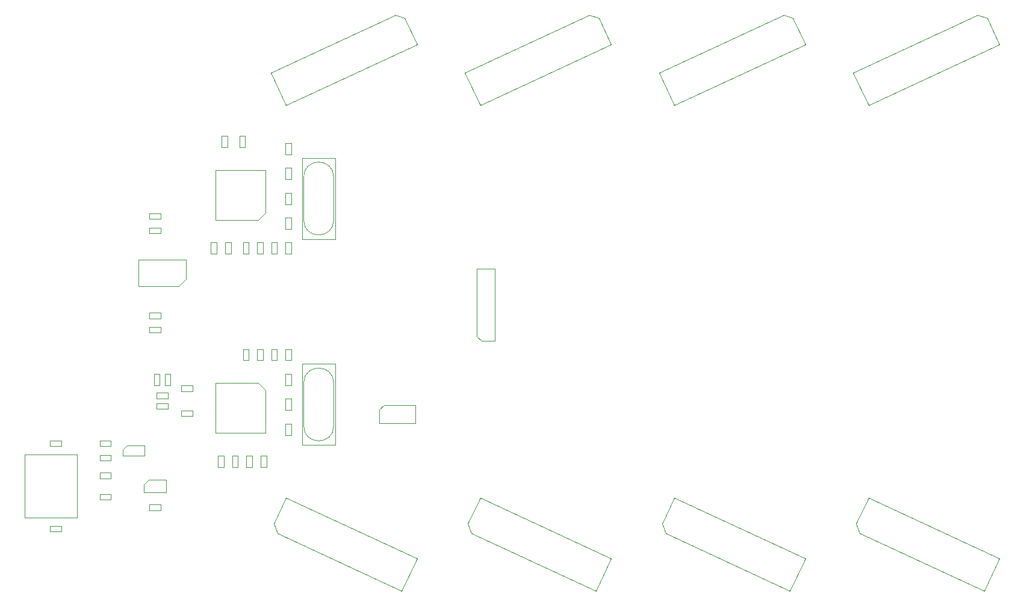
<source format=gbr>
%TF.GenerationSoftware,KiCad,Pcbnew,(5.99.0-2360-g1790c536e)*%
%TF.CreationDate,2020-08-29T16:18:38+02:00*%
%TF.ProjectId,chubby hat,63687562-6279-4206-9861-742e6b696361,rev?*%
%TF.SameCoordinates,Original*%
%TF.FileFunction,AssemblyDrawing,Bot*%
%FSLAX46Y46*%
G04 Gerber Fmt 4.6, Leading zero omitted, Abs format (unit mm)*
G04 Created by KiCad (PCBNEW (5.99.0-2360-g1790c536e)) date 2020-08-29 16:18:38*
%MOMM*%
%LPD*%
G01*
G04 APERTURE LIST*
%ADD10C,0.100000*%
G04 APERTURE END LIST*
D10*
%TO.C,C24*%
X164150000Y-60580000D02*
X164150000Y-58980000D01*
X163350000Y-60580000D02*
X164150000Y-60580000D01*
X163350000Y-58980000D02*
X163350000Y-60580000D01*
X164150000Y-58980000D02*
X163350000Y-58980000D01*
%TO.C,R15*%
X157350000Y-87980000D02*
X157350000Y-89580000D01*
X158150000Y-87980000D02*
X157350000Y-87980000D01*
X158150000Y-89580000D02*
X158150000Y-87980000D01*
X157350000Y-89580000D02*
X158150000Y-89580000D01*
%TO.C,C23*%
X160150000Y-89580000D02*
X160150000Y-87980000D01*
X159350000Y-89580000D02*
X160150000Y-89580000D01*
X159350000Y-87980000D02*
X159350000Y-89580000D01*
X160150000Y-87980000D02*
X159350000Y-87980000D01*
%TO.C,R20*%
X155150000Y-59580000D02*
X155150000Y-57980000D01*
X154350000Y-59580000D02*
X155150000Y-59580000D01*
X154350000Y-57980000D02*
X154350000Y-59580000D01*
X155150000Y-57980000D02*
X154350000Y-57980000D01*
%TO.C,R19*%
X154850000Y-72980000D02*
X154850000Y-74580000D01*
X155650000Y-72980000D02*
X154850000Y-72980000D01*
X155650000Y-74580000D02*
X155650000Y-72980000D01*
X154850000Y-74580000D02*
X155650000Y-74580000D01*
%TO.C,U4*%
X149350000Y-75430000D02*
X142650000Y-75430000D01*
X142650000Y-79130000D02*
X142650000Y-75430000D01*
X149350000Y-78130000D02*
X149350000Y-75430000D01*
X148350000Y-79130000D02*
X142650000Y-79130000D01*
X148350000Y-79130000D02*
X149350000Y-78130000D01*
%TO.C,U3*%
X159500000Y-92780000D02*
X153500000Y-92780000D01*
X153500000Y-92780000D02*
X153500000Y-99780000D01*
X153500000Y-99780000D02*
X160500000Y-99780000D01*
X160500000Y-99780000D02*
X160500000Y-93780000D01*
X160500000Y-93780000D02*
X159500000Y-92780000D01*
%TO.C,C20*%
X159350000Y-72980000D02*
X159350000Y-74580000D01*
X160150000Y-72980000D02*
X159350000Y-72980000D01*
X160150000Y-74580000D02*
X160150000Y-72980000D01*
X159350000Y-74580000D02*
X160150000Y-74580000D01*
%TO.C,FB1*%
X137200000Y-103680000D02*
X138800000Y-103680000D01*
X137200000Y-102880000D02*
X137200000Y-103680000D01*
X138800000Y-102880000D02*
X137200000Y-102880000D01*
X138800000Y-103680000D02*
X138800000Y-102880000D01*
%TO.C,R18*%
X162150000Y-74580000D02*
X162150000Y-72980000D01*
X161350000Y-74580000D02*
X162150000Y-74580000D01*
X161350000Y-72980000D02*
X161350000Y-74580000D01*
X162150000Y-72980000D02*
X161350000Y-72980000D01*
%TO.C,R17*%
X163350000Y-89580000D02*
X164150000Y-89580000D01*
X164150000Y-89580000D02*
X164150000Y-87980000D01*
X164150000Y-87980000D02*
X163350000Y-87980000D01*
X163350000Y-87980000D02*
X163350000Y-89580000D01*
%TO.C,C19*%
X163350000Y-72980000D02*
X163350000Y-74580000D01*
X164150000Y-72980000D02*
X163350000Y-72980000D01*
X164150000Y-74580000D02*
X164150000Y-72980000D01*
X163350000Y-74580000D02*
X164150000Y-74580000D01*
%TO.C,R13*%
X158650000Y-104580000D02*
X158650000Y-102980000D01*
X157850000Y-104580000D02*
X158650000Y-104580000D01*
X157850000Y-102980000D02*
X157850000Y-104580000D01*
X158650000Y-102980000D02*
X157850000Y-102980000D01*
%TO.C,Y2*%
X170115000Y-98795000D02*
G75*
G02*
X165885000Y-98795000I-2115000J0D01*
G01*
X170115000Y-92765000D02*
G75*
G03*
X165885000Y-92765000I-2115000J0D01*
G01*
X170115000Y-92765000D02*
X170115000Y-98795000D01*
X165885000Y-92765000D02*
X165885000Y-98795000D01*
X165650000Y-101480000D02*
X165650000Y-90080000D01*
X170350000Y-101480000D02*
X165650000Y-101480000D01*
X170350000Y-90080000D02*
X170350000Y-101480000D01*
X165650000Y-90080000D02*
X170350000Y-90080000D01*
%TO.C,Y1*%
X170115000Y-69795000D02*
G75*
G02*
X165885000Y-69795000I-2115000J0D01*
G01*
X170115000Y-63765000D02*
G75*
G03*
X165885000Y-63765000I-2115000J0D01*
G01*
X170115000Y-63765000D02*
X170115000Y-69795000D01*
X165885000Y-63765000D02*
X165885000Y-69795000D01*
X165650000Y-72480000D02*
X165650000Y-61080000D01*
X170350000Y-72480000D02*
X165650000Y-72480000D01*
X170350000Y-61080000D02*
X170350000Y-72480000D01*
X165650000Y-61080000D02*
X170350000Y-61080000D01*
%TO.C,C18*%
X163350000Y-69480000D02*
X163350000Y-71080000D01*
X164150000Y-69480000D02*
X163350000Y-69480000D01*
X164150000Y-71080000D02*
X164150000Y-69480000D01*
X163350000Y-71080000D02*
X164150000Y-71080000D01*
%TO.C,C17*%
X164150000Y-64080000D02*
X164150000Y-62480000D01*
X163350000Y-64080000D02*
X164150000Y-64080000D01*
X163350000Y-62480000D02*
X163350000Y-64080000D01*
X164150000Y-62480000D02*
X163350000Y-62480000D01*
%TO.C,C16*%
X163350000Y-98480000D02*
X163350000Y-100080000D01*
X164150000Y-98480000D02*
X163350000Y-98480000D01*
X164150000Y-100080000D02*
X164150000Y-98480000D01*
X163350000Y-100080000D02*
X164150000Y-100080000D01*
%TO.C,C15*%
X164150000Y-93080000D02*
X164150000Y-91480000D01*
X163350000Y-93080000D02*
X164150000Y-93080000D01*
X163350000Y-91480000D02*
X163350000Y-93080000D01*
X164150000Y-91480000D02*
X163350000Y-91480000D01*
%TO.C,R16*%
X158150000Y-74580000D02*
X158150000Y-72980000D01*
X157350000Y-74580000D02*
X158150000Y-74580000D01*
X157350000Y-72980000D02*
X157350000Y-74580000D01*
X158150000Y-72980000D02*
X157350000Y-72980000D01*
%TO.C,C14*%
X155850000Y-102980000D02*
X155850000Y-104580000D01*
X156650000Y-102980000D02*
X155850000Y-102980000D01*
X156650000Y-104580000D02*
X156650000Y-102980000D01*
X155850000Y-104580000D02*
X156650000Y-104580000D01*
%TO.C,R12*%
X150300000Y-96630000D02*
X148700000Y-96630000D01*
X150300000Y-97430000D02*
X150300000Y-96630000D01*
X148700000Y-97430000D02*
X150300000Y-97430000D01*
X148700000Y-96630000D02*
X148700000Y-97430000D01*
%TO.C,Q1*%
X143520000Y-101580000D02*
X143520000Y-102980000D01*
X140480000Y-102980000D02*
X143520000Y-102980000D01*
X141050000Y-101580000D02*
X140480000Y-102130000D01*
X140480000Y-102130000D02*
X140480000Y-102980000D01*
X141050000Y-101580000D02*
X143500000Y-101580000D01*
%TO.C,C13*%
X159850000Y-102980000D02*
X159850000Y-104580000D01*
X160650000Y-102980000D02*
X159850000Y-102980000D01*
X160650000Y-104580000D02*
X160650000Y-102980000D01*
X159850000Y-104580000D02*
X160650000Y-104580000D01*
%TO.C,C12*%
X162150000Y-89580000D02*
X162150000Y-87980000D01*
X161350000Y-89580000D02*
X162150000Y-89580000D01*
X161350000Y-87980000D02*
X161350000Y-89580000D01*
X162150000Y-87980000D02*
X161350000Y-87980000D01*
%TO.C,C11*%
X150300000Y-93130000D02*
X148700000Y-93130000D01*
X150300000Y-93930000D02*
X150300000Y-93130000D01*
X148700000Y-93930000D02*
X150300000Y-93930000D01*
X148700000Y-93130000D02*
X148700000Y-93930000D01*
%TO.C,C10*%
X153850000Y-102980000D02*
X153850000Y-104580000D01*
X154650000Y-102980000D02*
X153850000Y-102980000D01*
X154650000Y-104580000D02*
X154650000Y-102980000D01*
X153850000Y-104580000D02*
X154650000Y-104580000D01*
%TO.C,C9*%
X145800000Y-70880000D02*
X144200000Y-70880000D01*
X145800000Y-71680000D02*
X145800000Y-70880000D01*
X144200000Y-71680000D02*
X145800000Y-71680000D01*
X144200000Y-70880000D02*
X144200000Y-71680000D01*
%TO.C,C8*%
X145800000Y-68880000D02*
X144200000Y-68880000D01*
X145800000Y-69680000D02*
X145800000Y-68880000D01*
X144200000Y-69680000D02*
X145800000Y-69680000D01*
X144200000Y-68880000D02*
X144200000Y-69680000D01*
%TO.C,C7*%
X144200000Y-85680000D02*
X145800000Y-85680000D01*
X144200000Y-84880000D02*
X144200000Y-85680000D01*
X145800000Y-84880000D02*
X144200000Y-84880000D01*
X145800000Y-85680000D02*
X145800000Y-84880000D01*
%TO.C,C6*%
X144200000Y-83680000D02*
X145800000Y-83680000D01*
X144200000Y-82880000D02*
X144200000Y-83680000D01*
X145800000Y-82880000D02*
X144200000Y-82880000D01*
X145800000Y-83680000D02*
X145800000Y-82880000D01*
%TO.C,C5*%
X138800000Y-100880000D02*
X137200000Y-100880000D01*
X138800000Y-101680000D02*
X138800000Y-100880000D01*
X137200000Y-101680000D02*
X138800000Y-101680000D01*
X137200000Y-100880000D02*
X137200000Y-101680000D01*
%TO.C,R11*%
X137200000Y-106180000D02*
X138800000Y-106180000D01*
X137200000Y-105380000D02*
X137200000Y-106180000D01*
X138800000Y-105380000D02*
X137200000Y-105380000D01*
X138800000Y-106180000D02*
X138800000Y-105380000D01*
%TO.C,R10*%
X137200000Y-109180000D02*
X138800000Y-109180000D01*
X137200000Y-108380000D02*
X137200000Y-109180000D01*
X138800000Y-108380000D02*
X137200000Y-108380000D01*
X138800000Y-109180000D02*
X138800000Y-108380000D01*
%TO.C,R9*%
X130200000Y-113680000D02*
X131800000Y-113680000D01*
X130200000Y-112880000D02*
X130200000Y-113680000D01*
X131800000Y-112880000D02*
X130200000Y-112880000D01*
X131800000Y-113680000D02*
X131800000Y-112880000D01*
%TO.C,C4*%
X144200000Y-110680000D02*
X145800000Y-110680000D01*
X144200000Y-109880000D02*
X144200000Y-110680000D01*
X145800000Y-109880000D02*
X144200000Y-109880000D01*
X145800000Y-110680000D02*
X145800000Y-109880000D01*
%TO.C,C3*%
X131800000Y-100880000D02*
X130200000Y-100880000D01*
X131800000Y-101680000D02*
X131800000Y-100880000D01*
X130200000Y-101680000D02*
X131800000Y-101680000D01*
X130200000Y-100880000D02*
X130200000Y-101680000D01*
%TO.C,J8*%
X263746187Y-117479692D02*
X245330013Y-108892089D01*
X261599286Y-122083736D02*
X263746187Y-117479692D01*
X244089420Y-113918751D02*
X261599286Y-122083736D01*
X243605730Y-112589825D02*
X244089420Y-113918751D01*
X245330013Y-108892089D02*
X243605730Y-112589825D01*
%TO.C,U2*%
X143450000Y-108180000D02*
X146550000Y-108180000D01*
X146550000Y-108180000D02*
X146550000Y-106380000D01*
X144100000Y-106380000D02*
X146550000Y-106380000D01*
X143450000Y-108180000D02*
X143450000Y-107030000D01*
X144100000Y-106380000D02*
X143450000Y-107030000D01*
%TO.C,R8*%
X164150000Y-67580000D02*
X164150000Y-65980000D01*
X163350000Y-67580000D02*
X164150000Y-67580000D01*
X163350000Y-65980000D02*
X163350000Y-67580000D01*
X164150000Y-65980000D02*
X163350000Y-65980000D01*
%TO.C,R7*%
X145200000Y-94130000D02*
X145200000Y-94930000D01*
X145200000Y-94930000D02*
X146800000Y-94930000D01*
X146800000Y-94930000D02*
X146800000Y-94130000D01*
X146800000Y-94130000D02*
X145200000Y-94130000D01*
%TO.C,R6*%
X146800000Y-96430000D02*
X146800000Y-95630000D01*
X146800000Y-95630000D02*
X145200000Y-95630000D01*
X145200000Y-95630000D02*
X145200000Y-96430000D01*
X145200000Y-96430000D02*
X146800000Y-96430000D01*
%TO.C,R3*%
X164150000Y-96580000D02*
X164150000Y-94980000D01*
X163350000Y-96580000D02*
X164150000Y-96580000D01*
X163350000Y-94980000D02*
X163350000Y-96580000D01*
X164150000Y-94980000D02*
X163350000Y-94980000D01*
%TO.C,C2*%
X153650000Y-74580000D02*
X153650000Y-72980000D01*
X152850000Y-74580000D02*
X153650000Y-74580000D01*
X152850000Y-72980000D02*
X152850000Y-74580000D01*
X153650000Y-72980000D02*
X152850000Y-72980000D01*
%TO.C,C1*%
X156850000Y-57980000D02*
X156850000Y-59580000D01*
X157650000Y-57980000D02*
X156850000Y-57980000D01*
X157650000Y-59580000D02*
X157650000Y-57980000D01*
X156850000Y-59580000D02*
X157650000Y-59580000D01*
%TO.C,J1*%
X245330012Y-53667911D02*
X263746186Y-45080307D01*
X243183111Y-49063867D02*
X245330012Y-53667911D01*
X260692978Y-40898882D02*
X243183111Y-49063867D01*
X262021904Y-41382572D02*
X260692978Y-40898882D01*
X263746186Y-45080307D02*
X262021904Y-41382572D01*
%TO.C,R2*%
X146350000Y-91480000D02*
X146350000Y-93080000D01*
X147150000Y-91480000D02*
X146350000Y-91480000D01*
X147150000Y-93080000D02*
X147150000Y-91480000D01*
X146350000Y-93080000D02*
X147150000Y-93080000D01*
%TO.C,R1*%
X145650000Y-93080000D02*
X145650000Y-91480000D01*
X144850000Y-93080000D02*
X145650000Y-93080000D01*
X144850000Y-91480000D02*
X144850000Y-93080000D01*
X145650000Y-91480000D02*
X144850000Y-91480000D01*
%TO.C,J12*%
X133980000Y-111750000D02*
X126660000Y-111750000D01*
X126660000Y-102810000D02*
X126660000Y-111750000D01*
X133980000Y-102810000D02*
X126660000Y-102810000D01*
X133980000Y-111750000D02*
X133980000Y-102810000D01*
%TO.C,U1*%
X159500000Y-69780000D02*
X160500000Y-68780000D01*
X153500000Y-69780000D02*
X159500000Y-69780000D01*
X153500000Y-62780000D02*
X153500000Y-69780000D01*
X160500000Y-62780000D02*
X153500000Y-62780000D01*
X160500000Y-68780000D02*
X160500000Y-62780000D01*
%TO.C,J11*%
X190246000Y-86233000D02*
X190881000Y-86868000D01*
X190246000Y-76708000D02*
X190246000Y-86233000D01*
X192786000Y-76708000D02*
X190246000Y-76708000D01*
X192786000Y-86868000D02*
X192786000Y-76708000D01*
X190881000Y-86868000D02*
X192786000Y-86868000D01*
%TO.C,J10*%
X177165000Y-95885000D02*
X176530000Y-96520000D01*
X181610000Y-95885000D02*
X177165000Y-95885000D01*
X181610000Y-98425000D02*
X181610000Y-95885000D01*
X176530000Y-98425000D02*
X181610000Y-98425000D01*
X176530000Y-96520000D02*
X176530000Y-98425000D01*
%TO.C,J7*%
X236441187Y-117479692D02*
X218025013Y-108892089D01*
X234294286Y-122083736D02*
X236441187Y-117479692D01*
X216784420Y-113918751D02*
X234294286Y-122083736D01*
X216300730Y-112589825D02*
X216784420Y-113918751D01*
X218025013Y-108892089D02*
X216300730Y-112589825D01*
%TO.C,J6*%
X209136187Y-117479692D02*
X190720013Y-108892089D01*
X206989286Y-122083736D02*
X209136187Y-117479692D01*
X189479420Y-113918751D02*
X206989286Y-122083736D01*
X188995730Y-112589825D02*
X189479420Y-113918751D01*
X190720013Y-108892089D02*
X188995730Y-112589825D01*
%TO.C,J5*%
X181831187Y-117479692D02*
X163415013Y-108892089D01*
X179684286Y-122083736D02*
X181831187Y-117479692D01*
X162174420Y-113918751D02*
X179684286Y-122083736D01*
X161690730Y-112589825D02*
X162174420Y-113918751D01*
X163415013Y-108892089D02*
X161690730Y-112589825D01*
%TO.C,J4*%
X163415012Y-53667911D02*
X181831186Y-45080307D01*
X161268111Y-49063867D02*
X163415012Y-53667911D01*
X178777978Y-40898882D02*
X161268111Y-49063867D01*
X180106904Y-41382572D02*
X178777978Y-40898882D01*
X181831186Y-45080307D02*
X180106904Y-41382572D01*
%TO.C,J3*%
X190720012Y-53667911D02*
X209136186Y-45080307D01*
X188573111Y-49063867D02*
X190720012Y-53667911D01*
X206082978Y-40898882D02*
X188573111Y-49063867D01*
X207411904Y-41382572D02*
X206082978Y-40898882D01*
X209136186Y-45080307D02*
X207411904Y-41382572D01*
%TO.C,J2*%
X218025012Y-53667911D02*
X236441186Y-45080307D01*
X215878111Y-49063867D02*
X218025012Y-53667911D01*
X233387978Y-40898882D02*
X215878111Y-49063867D01*
X234716904Y-41382572D02*
X233387978Y-40898882D01*
X236441186Y-45080307D02*
X234716904Y-41382572D01*
%TD*%
M02*

</source>
